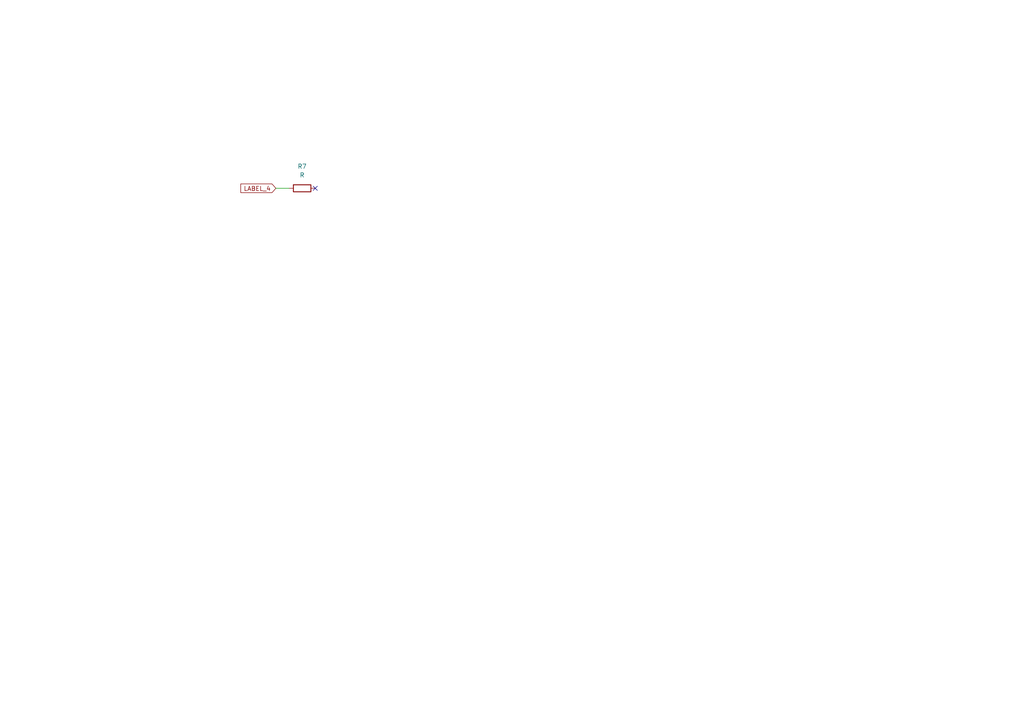
<source format=kicad_sch>
(kicad_sch (version 20240101) (generator "eeschema") (generator_version "8.99")
  (paper "A4")
  (lib_symbols
    (symbol "Device:R" (pin_numbers hide) (pin_names (offset 0))
      (property "Reference" "R" (at 2.032 0 90))
      (property "Value" "R" (at 0 0 90))
      (symbol "R_0_1"
        (rectangle (start -1.016 -2.54) (end 1.016 2.54) (stroke (width 0.254)))
      )
      (symbol "R_1_1"
        (pin passive line (at 0 3.81 270) (length 1.27) (name "~") (number "1"))
        (pin passive line (at 0 -3.81 90) (length 1.27) (name "~") (number "2"))
      )
    )
  )
  (no_connect (at 91.44 54.61))
  (wire (pts (xy 80.01 54.61) (xy 83.82 54.61)))
  (global_label "LABEL_4" (shape input) (at 80.01 54.61 180) (property "Intersheetrefs" "${INTERSHEET_REFS}" (effects (hide yes))))
  (symbol (lib_id "Device:R") (at 87.63 54.61 90) (unit 1)
    (property "Reference" "R7" (at 87.63 48.26 90))
    (property "Value" "R" (at 87.63 50.8 90))
    (property "Description" "Resistor" (effects (hide yes)))
    (instances (project "issue13212" (path "" (reference "R7") (unit 1)) (path "" (reference "R8") (unit 1))))
  )
)
</source>
